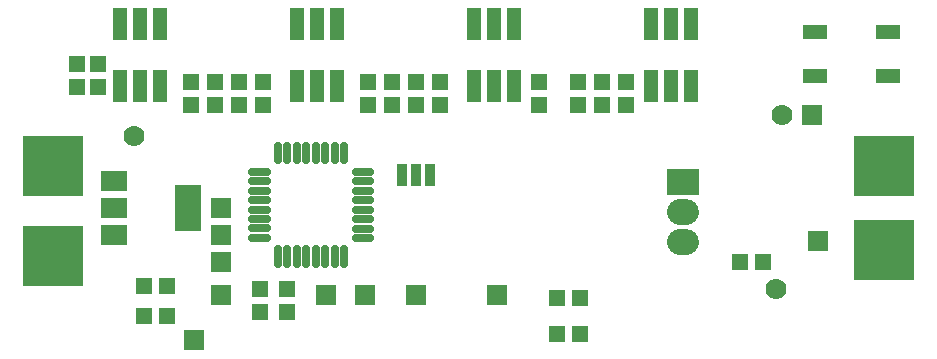
<source format=gts>
G04 ---------------------------- Layer name :TOP SOLDER LAYER*
G04 EasyEDA v5.5.11, Mon, 04 Jun 2018 22:37:14 GMT*
G04 a06480a3d07c492ca7fe7dcdfe2faa1f*
G04 Gerber Generator version 0.2*
G04 Scale: 100 percent, Rotated: No, Reflected: No *
G04 Dimensions in millimeters *
G04 leading zeros omitted , absolute positions ,3 integer and 3 decimal *
%FSLAX33Y33*%
%MOMM*%
G90*
G71D02*

%ADD13C,0.653212*%
%ADD15C,1.778254*%
%ADD16R,2.203196X4.003192*%
%ADD17R,2.203196X1.703197*%
%ADD18R,0.904240X1.902460*%
%ADD19R,2.003196X1.303198*%
%ADD20R,1.303198X2.703195*%
%ADD21R,1.409700X1.409700*%
%ADD22R,5.203190X5.203190*%
%ADD23R,1.409700X1.410198*%
%ADD24C,1.778000*%
%ADD25R,2.703200X2.203201*%
%ADD26R,1.778000X1.778000*%
%ADD27R,1.778000X1.778254*%
%ADD28R,1.778254X1.778254*%
%ADD29R,1.778254X1.778203*%
%ADD30C,1.778203*%
%ADD31C,2.203201*%

%LPD*%
G54D31*
G01X57145Y11557D02*
G01X56646Y11557D01*
G01X57145Y14097D02*
G01X56646Y14097D01*
G54D13*
G01X28194Y9763D02*
G01X28194Y10962D01*
G01X27393Y9763D02*
G01X27393Y10962D01*
G01X26593Y9763D02*
G01X26593Y10962D01*
G01X25793Y9763D02*
G01X25793Y10962D01*
G01X24996Y9763D02*
G01X24996Y10962D01*
G01X24196Y9763D02*
G01X24196Y10962D01*
G01X23395Y9763D02*
G01X23395Y10962D01*
G01X22595Y9763D02*
G01X22595Y10962D01*
G01X21630Y11938D02*
G01X20431Y11938D01*
G01X21630Y12738D02*
G01X20431Y12738D01*
G01X21630Y13538D02*
G01X20431Y13538D01*
G01X21630Y14338D02*
G01X20431Y14338D01*
G01X21630Y15135D02*
G01X20431Y15135D01*
G01X21630Y15935D02*
G01X20431Y15935D01*
G01X21630Y16736D02*
G01X20431Y16736D01*
G01X21630Y17536D02*
G01X20431Y17536D01*
G01X22606Y18526D02*
G01X22606Y19725D01*
G01X23406Y18526D02*
G01X23406Y19725D01*
G01X24206Y18526D02*
G01X24206Y19725D01*
G01X25006Y18526D02*
G01X25006Y19725D01*
G01X25803Y18526D02*
G01X25803Y19725D01*
G01X26603Y18526D02*
G01X26603Y19725D01*
G01X27404Y18526D02*
G01X27404Y19725D01*
G01X28204Y18526D02*
G01X28204Y19725D01*
G01X30368Y17526D02*
G01X29169Y17526D01*
G01X30368Y16725D02*
G01X29169Y16725D01*
G01X30368Y15925D02*
G01X29169Y15925D01*
G01X30368Y15125D02*
G01X29169Y15125D01*
G01X30368Y14328D02*
G01X29169Y14328D01*
G01X30368Y13528D02*
G01X29169Y13528D01*
G01X30368Y12727D02*
G01X29169Y12727D01*
G01X30368Y11927D02*
G01X29169Y11927D01*
G54D15*
G01X64770Y7620D03*
G01X65278Y22352D03*
G54D16*
G01X14986Y14478D03*
G54D17*
G01X8685Y14478D03*
G01X8685Y12178D03*
G01X8685Y16777D03*
G54D18*
G01X33096Y17270D03*
G01X34290Y17270D03*
G01X35483Y17270D03*
G54D19*
G01X68070Y29371D03*
G01X68070Y25670D03*
G01X74270Y29371D03*
G01X74270Y25670D03*
G54D20*
G01X57580Y30031D03*
G01X55878Y30031D03*
G01X54179Y30031D03*
G01X57580Y24831D03*
G01X55880Y24831D03*
G01X54179Y24831D03*
G01X42593Y30031D03*
G01X40894Y30031D03*
G01X39194Y30031D03*
G01X42593Y24831D03*
G01X40894Y24831D03*
G01X39194Y24831D03*
G01X27608Y30031D03*
G01X25906Y30031D03*
G01X24207Y30031D03*
G01X27608Y24831D03*
G01X25908Y24831D03*
G01X24207Y24831D03*
G01X12621Y30031D03*
G01X10922Y30031D03*
G01X9222Y30031D03*
G01X12621Y24831D03*
G01X10922Y24831D03*
G01X9222Y24831D03*
G54D21*
G01X61723Y9904D03*
G01X63704Y9904D03*
G01X13209Y7872D03*
G01X11228Y7872D03*
G01X13209Y5332D03*
G01X11228Y5332D03*
G54D25*
G01X56896Y16637D03*
G54D26*
G01X26670Y7112D03*
G01X29972Y7112D03*
G01X34290Y7112D03*
G54D27*
G01X41148Y7112D03*
G54D26*
G01X17780Y7112D03*
G54D22*
G01X3556Y10414D03*
G01X3556Y18034D03*
G01X73914Y18034D03*
G01X73914Y10922D03*
G54D23*
G01X15241Y25147D03*
G54D21*
G01X15241Y23166D03*
G54D23*
G01X17273Y25147D03*
G54D21*
G01X17273Y23166D03*
G54D23*
G01X19305Y25147D03*
G54D21*
G01X19305Y23166D03*
G54D23*
G01X21337Y25147D03*
G54D21*
G01X21337Y23166D03*
G01X46226Y3811D03*
G01X48207Y3811D03*
G01X46229Y6856D03*
G01X48210Y6856D03*
G54D23*
G01X30227Y25147D03*
G54D21*
G01X30227Y23166D03*
G54D23*
G01X32259Y25147D03*
G54D21*
G01X32259Y23166D03*
G54D23*
G01X34291Y25147D03*
G54D21*
G01X34291Y23166D03*
G54D23*
G01X36323Y25147D03*
G54D21*
G01X36323Y23166D03*
G54D23*
G01X44705Y25147D03*
G54D21*
G01X44705Y23166D03*
G54D23*
G01X48007Y25147D03*
G54D21*
G01X48007Y23166D03*
G54D23*
G01X50039Y25147D03*
G54D21*
G01X50039Y23166D03*
G54D23*
G01X52071Y25147D03*
G54D21*
G01X52071Y23166D03*
G54D23*
G01X5589Y26671D03*
G54D21*
G01X5589Y24690D03*
G54D23*
G01X7367Y26668D03*
G54D21*
G01X7367Y24687D03*
G01X23371Y7618D03*
G01X23371Y5637D03*
G01X21083Y7618D03*
G01X21083Y5637D03*
G54D24*
G01X10414Y20574D03*
G54D28*
G01X67818Y22352D03*
G54D29*
G01X17780Y14478D03*
G54D28*
G01X17780Y12192D03*
G01X68326Y11684D03*
G01X17780Y9906D03*
G01X15494Y3302D03*
G54D30*
G01X3556Y18034D03*
G01X4826Y18034D03*
G01X2286Y18034D03*
G01X3556Y16764D03*
G01X4826Y16764D03*
G01X2286Y16764D03*
G01X3556Y19304D03*
G01X4826Y19304D03*
G01X2286Y19304D03*
G01X3556Y10414D03*
G01X4826Y10414D03*
G01X2286Y10414D03*
G01X3556Y9144D03*
G01X4826Y9144D03*
G01X2286Y9144D03*
G01X3556Y11684D03*
G01X4826Y11684D03*
G01X2286Y11684D03*
G01X73914Y10922D03*
G01X75184Y10922D03*
G01X72644Y10922D03*
G01X73914Y9652D03*
G01X75184Y9652D03*
G01X72644Y9652D03*
G01X73914Y12192D03*
G01X75184Y12192D03*
G01X72644Y12192D03*
G01X73914Y18034D03*
G01X75184Y18034D03*
G01X72644Y18034D03*
G01X73914Y16764D03*
G01X75184Y16764D03*
G01X72644Y16764D03*
G01X73914Y19304D03*
G01X75184Y19304D03*
G01X72644Y19304D03*
M00*
M02*

</source>
